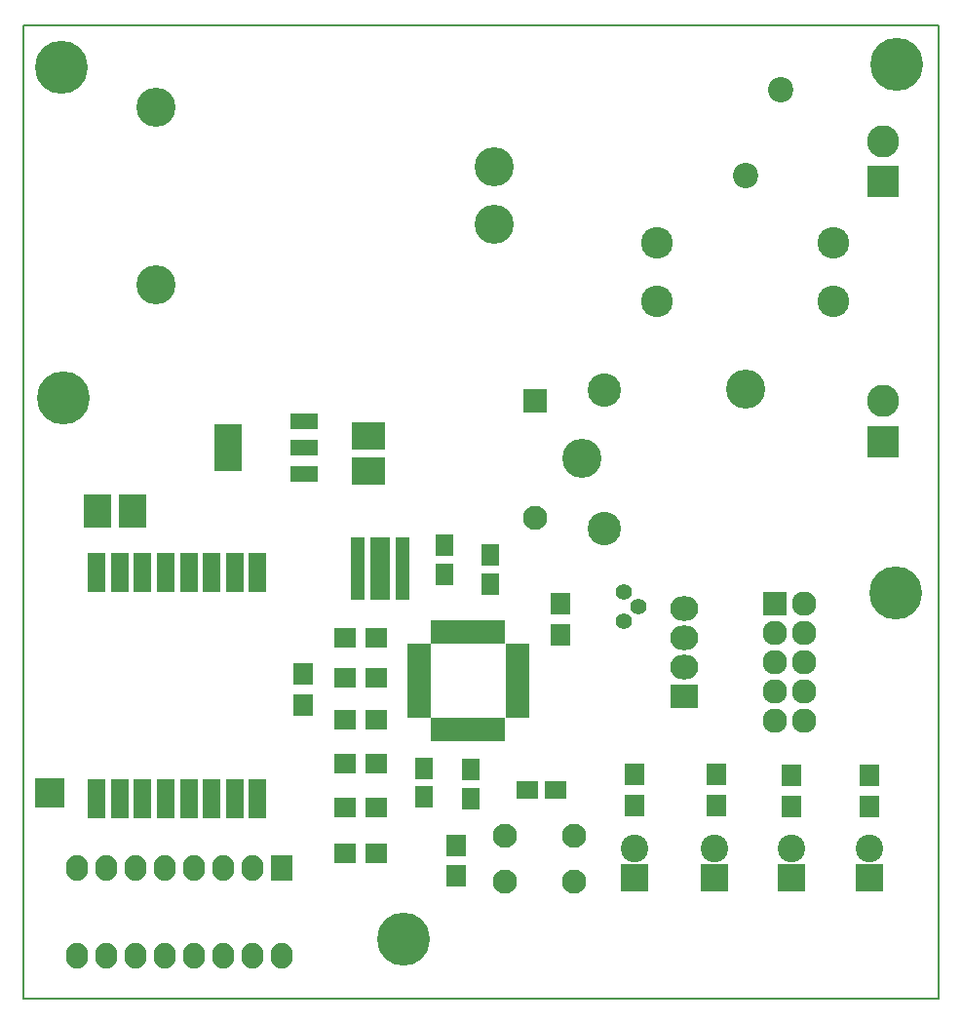
<source format=gts>
G04 #@! TF.FileFunction,Soldermask,Top*
%FSLAX46Y46*%
G04 Gerber Fmt 4.6, Leading zero omitted, Abs format (unit mm)*
G04 Created by KiCad (PCBNEW 4.1.0-alpha+201606210817+6944~45~ubuntu14.04.1-product) date Wed Jun 22 12:36:24 2016*
%MOMM*%
%LPD*%
G01*
G04 APERTURE LIST*
%ADD10C,0.100000*%
%ADD11C,0.150000*%
%ADD12C,4.600000*%
%ADD13C,3.400000*%
%ADD14R,1.650000X1.900000*%
%ADD15R,1.900000X1.650000*%
%ADD16R,2.899360X2.350720*%
%ADD17R,2.350720X2.899360*%
%ADD18R,2.127200X2.127200*%
%ADD19O,2.127200X2.127200*%
%ADD20R,2.400000X2.400000*%
%ADD21C,2.400000*%
%ADD22C,2.099260*%
%ADD23R,2.099260X2.099260*%
%ADD24R,0.950000X2.000000*%
%ADD25R,2.000000X0.950000*%
%ADD26R,2.432000X2.127200*%
%ADD27O,2.432000X2.127200*%
%ADD28R,2.635200X2.635200*%
%ADD29C,1.400760*%
%ADD30R,1.700000X1.900000*%
%ADD31R,1.900000X1.700000*%
%ADD32C,2.100000*%
%ADD33R,1.600000X3.400000*%
%ADD34R,2.432000X4.057600*%
%ADD35R,2.432000X1.416000*%
%ADD36C,2.800000*%
%ADD37R,2.800000X2.800000*%
%ADD38R,1.200000X5.500000*%
%ADD39R,1.700000X5.500000*%
%ADD40C,2.900000*%
%ADD41C,2.749500*%
%ADD42C,2.200000*%
%ADD43R,1.924000X2.224000*%
%ADD44O,1.924000X2.224000*%
G04 APERTURE END LIST*
D10*
D11*
X98298000Y-132207000D02*
X98298000Y-47688500D01*
X177736500Y-132207000D02*
X98298000Y-132207000D01*
X177736500Y-47688500D02*
X177736500Y-132207000D01*
X98298000Y-47688500D02*
X177736500Y-47688500D01*
D12*
X101727000Y-80073500D03*
X174117000Y-51117500D03*
X131318000Y-127000000D03*
X174053500Y-96964500D03*
D13*
X139160000Y-64984000D03*
X139160000Y-59984000D03*
X109760000Y-70184000D03*
X109760000Y-54784000D03*
D14*
X134810500Y-95357000D03*
X134810500Y-92857000D03*
X133096000Y-114681000D03*
X133096000Y-112181000D03*
X138811000Y-93682500D03*
X138811000Y-96182500D03*
X137096500Y-114808000D03*
X137096500Y-112308000D03*
D15*
X144506000Y-114109500D03*
X142006000Y-114109500D03*
D16*
X128206500Y-83375500D03*
X128206500Y-86423500D03*
D17*
X104711500Y-89852500D03*
X107759500Y-89852500D03*
D18*
X163576000Y-97917000D03*
D19*
X166116000Y-97917000D03*
X163576000Y-100457000D03*
X166116000Y-100457000D03*
X163576000Y-102997000D03*
X166116000Y-102997000D03*
X163576000Y-105537000D03*
X166116000Y-105537000D03*
X163576000Y-108077000D03*
X166116000Y-108077000D03*
D20*
X151384000Y-121666000D03*
D21*
X151384000Y-119126000D03*
D20*
X158305500Y-121666000D03*
D21*
X158305500Y-119126000D03*
D20*
X164973000Y-121666000D03*
D21*
X164973000Y-119126000D03*
D20*
X171767500Y-121666000D03*
D21*
X171767500Y-119126000D03*
D22*
X142748000Y-90487500D03*
D23*
X142748000Y-80327500D03*
D24*
X139706000Y-100334500D03*
X138906000Y-100334500D03*
X138106000Y-100334500D03*
X137306000Y-100334500D03*
X136506000Y-100334500D03*
X135706000Y-100334500D03*
X134906000Y-100334500D03*
X134106000Y-100334500D03*
D25*
X132656000Y-101784500D03*
X132656000Y-102584500D03*
X132656000Y-103384500D03*
X132656000Y-104184500D03*
X132656000Y-104984500D03*
X132656000Y-105784500D03*
X132656000Y-106584500D03*
X132656000Y-107384500D03*
D24*
X134106000Y-108834500D03*
X134906000Y-108834500D03*
X135706000Y-108834500D03*
X136506000Y-108834500D03*
X137306000Y-108834500D03*
X138106000Y-108834500D03*
X138906000Y-108834500D03*
X139706000Y-108834500D03*
D25*
X141156000Y-107384500D03*
X141156000Y-106584500D03*
X141156000Y-105784500D03*
X141156000Y-104984500D03*
X141156000Y-104184500D03*
X141156000Y-103384500D03*
X141156000Y-102584500D03*
X141156000Y-101784500D03*
D26*
X155702000Y-105981500D03*
D27*
X155702000Y-103441500D03*
X155702000Y-100901500D03*
X155702000Y-98361500D03*
D28*
X100520500Y-114363500D03*
D29*
X151701500Y-98171000D03*
X150431500Y-99441000D03*
X150431500Y-96901000D03*
D30*
X135826500Y-118872000D03*
X135826500Y-121572000D03*
D31*
X126174500Y-108013500D03*
X128874500Y-108013500D03*
X128905000Y-111823500D03*
X126205000Y-111823500D03*
X126174500Y-104330500D03*
X128874500Y-104330500D03*
D30*
X122555000Y-104043500D03*
X122555000Y-106743500D03*
D31*
X128921500Y-100901500D03*
X126221500Y-100901500D03*
D30*
X151384000Y-115396000D03*
X151384000Y-112696000D03*
X158432500Y-115459500D03*
X158432500Y-112759500D03*
X164973000Y-115523000D03*
X164973000Y-112823000D03*
D31*
X126238000Y-115633500D03*
X128938000Y-115633500D03*
X126174500Y-119570500D03*
X128874500Y-119570500D03*
D30*
X171767500Y-115523000D03*
X171767500Y-112823000D03*
X144907000Y-97900500D03*
X144907000Y-100600500D03*
D32*
X146113500Y-122047000D03*
X140113500Y-122047000D03*
X146113500Y-118047000D03*
X140113500Y-118047000D03*
D33*
X118617500Y-95171500D03*
X116617500Y-95171500D03*
X114617500Y-95171500D03*
X112617500Y-95171500D03*
X110617500Y-95171500D03*
X108617500Y-95171500D03*
X106617500Y-95171500D03*
X104617500Y-95171500D03*
X104617500Y-114871500D03*
X106617500Y-114871500D03*
X108617500Y-114871500D03*
X110617500Y-114871500D03*
X112617500Y-114871500D03*
X114617500Y-114871500D03*
X116617500Y-114871500D03*
X118617500Y-114871500D03*
D34*
X116078000Y-84391500D03*
D35*
X122682000Y-84391500D03*
X122682000Y-82105500D03*
X122682000Y-86677500D03*
D36*
X172974000Y-57777500D03*
D37*
X172974000Y-61277500D03*
D38*
X127272500Y-94869000D03*
D39*
X129222500Y-94869000D03*
D38*
X131172500Y-94869000D03*
D36*
X172974000Y-80320000D03*
D37*
X172974000Y-83820000D03*
D40*
X148722500Y-91361500D03*
D13*
X160972500Y-79311500D03*
D40*
X148722500Y-79361500D03*
D13*
X146772500Y-85311500D03*
D41*
X153311860Y-71691500D03*
X153311860Y-66611500D03*
X168633140Y-71691500D03*
X168633140Y-66611500D03*
D42*
X160972500Y-60769500D03*
X164072500Y-53269500D03*
D12*
X101600000Y-51308000D03*
D43*
X120713500Y-120840500D03*
D44*
X120713500Y-128460500D03*
X118173500Y-120840500D03*
X118173500Y-128460500D03*
X115633500Y-120840500D03*
X115633500Y-128460500D03*
X113093500Y-120840500D03*
X113093500Y-128460500D03*
X110553500Y-120840500D03*
X110553500Y-128460500D03*
X108013500Y-120840500D03*
X108013500Y-128460500D03*
X105473500Y-120840500D03*
X105473500Y-128460500D03*
X102933500Y-120840500D03*
X102933500Y-128460500D03*
M02*

</source>
